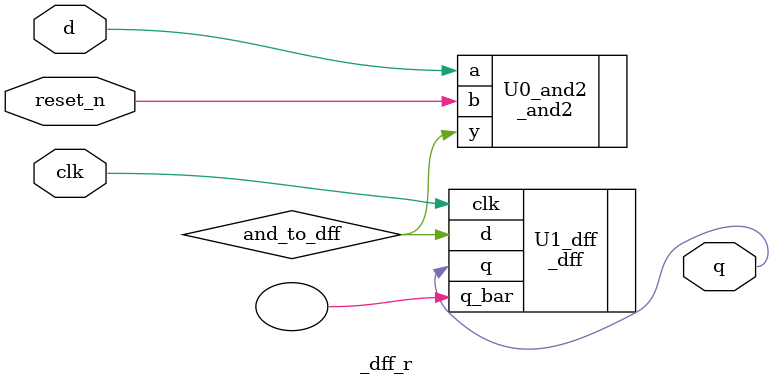
<source format=v>
module _dff_r(d, reset_n, clk, q); // this module makes resettable D flipflop

input d, reset_n, clk; // define input d, reset_n, clk, reset_n is low active
output q; // define output q

wire and_to_dff; // define wire and_to_dff

_and2 U0_and2( // 2 input and gate instance
	.a(d),
	.b(reset_n),
	.y(and_to_dff)
	);

_dff U1_dff( // D flipflop instance
	.clk(clk),
	.d(and_to_dff),
	.q(q),
	.q_bar()
	);
	
endmodule // end of module
	

</source>
